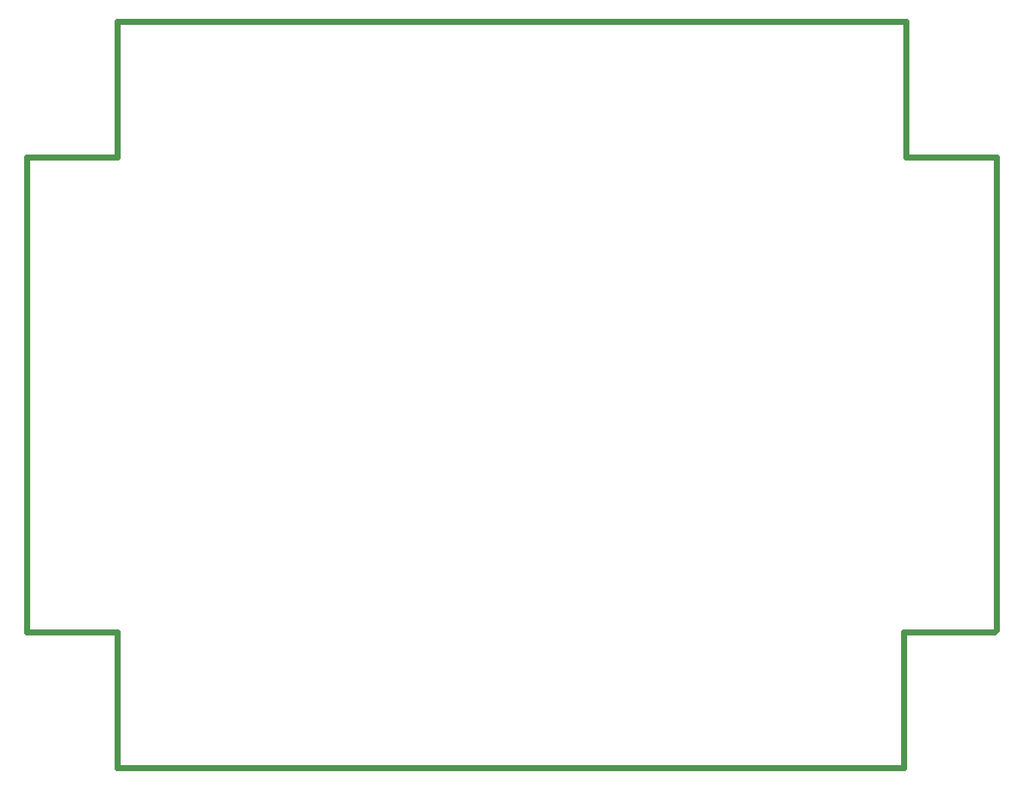
<source format=gbr>
%FSLAX34Y34*%
%MOMM*%
%LNOUTLINE*%
G71*
G01*
%ADD10C, 0.70*%
%LPD*%
G54D10*
X3500Y155900D02*
X3500Y689300D01*
X105100Y689300D01*
X105100Y841700D01*
X990115Y841700D01*
X990115Y689300D01*
X1091715Y689300D01*
X1091715Y158266D01*
X1089350Y155900D01*
X987750Y155900D01*
X987750Y3500D01*
X105100Y3500D01*
X105100Y155900D01*
X3500Y155900D01*
M02*

</source>
